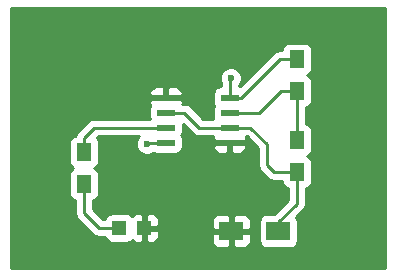
<source format=gtl>
G04 #@! TF.FileFunction,Copper,L1,Top,Signal*
%FSLAX46Y46*%
G04 Gerber Fmt 4.6, Leading zero omitted, Abs format (unit mm)*
G04 Created by KiCad (PCBNEW 4.0.2-stable) date 2016 May 30, Monday 20:39:18*
%MOMM*%
G01*
G04 APERTURE LIST*
%ADD10C,0.100000*%
%ADD11R,2.000000X1.600000*%
%ADD12R,1.198880X1.198880*%
%ADD13R,1.300000X1.500000*%
%ADD14R,1.550000X0.600000*%
%ADD15C,0.600000*%
%ADD16C,0.250000*%
%ADD17C,0.254000*%
G04 APERTURE END LIST*
D10*
D11*
X153892000Y-112522000D03*
X149892000Y-112522000D03*
D12*
X140428980Y-112268000D03*
X142527020Y-112268000D03*
D13*
X155448000Y-97964000D03*
X155448000Y-100664000D03*
X155448000Y-104822000D03*
X155448000Y-107522000D03*
X137414000Y-105838000D03*
X137414000Y-108538000D03*
D14*
X144366000Y-101219000D03*
X144366000Y-102489000D03*
X144366000Y-103759000D03*
X144366000Y-105029000D03*
X149766000Y-105029000D03*
X149766000Y-103759000D03*
X149766000Y-102489000D03*
X149766000Y-101219000D03*
D15*
X147066000Y-109220000D03*
X142748000Y-105156000D03*
X149860000Y-99568000D03*
D16*
X142875000Y-105029000D02*
X142748000Y-105156000D01*
X144366000Y-105029000D02*
X142875000Y-105029000D01*
X149766000Y-99662000D02*
X149860000Y-99568000D01*
X149766000Y-101219000D02*
X149766000Y-99662000D01*
X149766000Y-101219000D02*
X150749000Y-101219000D01*
X154004000Y-97964000D02*
X155448000Y-97964000D01*
X150749000Y-101219000D02*
X154004000Y-97964000D01*
X149766000Y-103759000D02*
X151511000Y-103759000D01*
X153496000Y-107522000D02*
X155448000Y-107522000D01*
X152908000Y-106934000D02*
X153496000Y-107522000D01*
X152908000Y-105156000D02*
X152908000Y-106934000D01*
X151511000Y-103759000D02*
X152908000Y-105156000D01*
X155448000Y-107522000D02*
X155448000Y-110236000D01*
X155448000Y-110236000D02*
X153892000Y-111792000D01*
X153892000Y-111792000D02*
X153892000Y-112522000D01*
X147193000Y-103759000D02*
X149766000Y-103759000D01*
X145923000Y-102489000D02*
X147193000Y-103759000D01*
X144366000Y-102489000D02*
X145923000Y-102489000D01*
X137414000Y-108538000D02*
X137414000Y-110998000D01*
X138684000Y-112268000D02*
X140428980Y-112268000D01*
X137414000Y-110998000D02*
X138684000Y-112268000D01*
X155448000Y-100664000D02*
X155448000Y-104822000D01*
X149766000Y-102489000D02*
X152273000Y-102489000D01*
X154098000Y-100664000D02*
X155448000Y-100664000D01*
X152273000Y-102489000D02*
X154098000Y-100664000D01*
X137414000Y-105838000D02*
X137414000Y-104648000D01*
X138303000Y-103759000D02*
X144366000Y-103759000D01*
X137414000Y-104648000D02*
X138303000Y-103759000D01*
D17*
G36*
X162891000Y-115647000D02*
X131241000Y-115647000D01*
X131241000Y-105088000D01*
X136116560Y-105088000D01*
X136116560Y-106588000D01*
X136160838Y-106823317D01*
X136299910Y-107039441D01*
X136512110Y-107184431D01*
X136525197Y-107187081D01*
X136312559Y-107323910D01*
X136167569Y-107536110D01*
X136116560Y-107788000D01*
X136116560Y-109288000D01*
X136160838Y-109523317D01*
X136299910Y-109739441D01*
X136512110Y-109884431D01*
X136654000Y-109913164D01*
X136654000Y-110998000D01*
X136711852Y-111288839D01*
X136876599Y-111535401D01*
X138146599Y-112805401D01*
X138393160Y-112970148D01*
X138684000Y-113028000D01*
X139212311Y-113028000D01*
X139226378Y-113102757D01*
X139365450Y-113318881D01*
X139577650Y-113463871D01*
X139829540Y-113514880D01*
X141028420Y-113514880D01*
X141263737Y-113470602D01*
X141479861Y-113331530D01*
X141485456Y-113323341D01*
X141567882Y-113405767D01*
X141801271Y-113502440D01*
X142241270Y-113502440D01*
X142400020Y-113343690D01*
X142400020Y-112395000D01*
X142654020Y-112395000D01*
X142654020Y-113343690D01*
X142812770Y-113502440D01*
X143252769Y-113502440D01*
X143486158Y-113405767D01*
X143664787Y-113227139D01*
X143761460Y-112993750D01*
X143761460Y-112807750D01*
X148257000Y-112807750D01*
X148257000Y-113448310D01*
X148353673Y-113681699D01*
X148532302Y-113860327D01*
X148765691Y-113957000D01*
X149606250Y-113957000D01*
X149765000Y-113798250D01*
X149765000Y-112649000D01*
X150019000Y-112649000D01*
X150019000Y-113798250D01*
X150177750Y-113957000D01*
X151018309Y-113957000D01*
X151251698Y-113860327D01*
X151430327Y-113681699D01*
X151527000Y-113448310D01*
X151527000Y-112807750D01*
X151368250Y-112649000D01*
X150019000Y-112649000D01*
X149765000Y-112649000D01*
X148415750Y-112649000D01*
X148257000Y-112807750D01*
X143761460Y-112807750D01*
X143761460Y-112553750D01*
X143602710Y-112395000D01*
X142654020Y-112395000D01*
X142400020Y-112395000D01*
X142380020Y-112395000D01*
X142380020Y-112141000D01*
X142400020Y-112141000D01*
X142400020Y-111192310D01*
X142654020Y-111192310D01*
X142654020Y-112141000D01*
X143602710Y-112141000D01*
X143761460Y-111982250D01*
X143761460Y-111595690D01*
X148257000Y-111595690D01*
X148257000Y-112236250D01*
X148415750Y-112395000D01*
X149765000Y-112395000D01*
X149765000Y-111245750D01*
X150019000Y-111245750D01*
X150019000Y-112395000D01*
X151368250Y-112395000D01*
X151527000Y-112236250D01*
X151527000Y-111595690D01*
X151430327Y-111362301D01*
X151251698Y-111183673D01*
X151018309Y-111087000D01*
X150177750Y-111087000D01*
X150019000Y-111245750D01*
X149765000Y-111245750D01*
X149606250Y-111087000D01*
X148765691Y-111087000D01*
X148532302Y-111183673D01*
X148353673Y-111362301D01*
X148257000Y-111595690D01*
X143761460Y-111595690D01*
X143761460Y-111542250D01*
X143664787Y-111308861D01*
X143486158Y-111130233D01*
X143252769Y-111033560D01*
X142812770Y-111033560D01*
X142654020Y-111192310D01*
X142400020Y-111192310D01*
X142241270Y-111033560D01*
X141801271Y-111033560D01*
X141567882Y-111130233D01*
X141485669Y-111212445D01*
X141280310Y-111072129D01*
X141028420Y-111021120D01*
X139829540Y-111021120D01*
X139594223Y-111065398D01*
X139378099Y-111204470D01*
X139233109Y-111416670D01*
X139214614Y-111508000D01*
X138998802Y-111508000D01*
X138174000Y-110683198D01*
X138174000Y-109914742D01*
X138299317Y-109891162D01*
X138515441Y-109752090D01*
X138660431Y-109539890D01*
X138711440Y-109288000D01*
X138711440Y-107788000D01*
X138667162Y-107552683D01*
X138528090Y-107336559D01*
X138315890Y-107191569D01*
X138302803Y-107188919D01*
X138515441Y-107052090D01*
X138660431Y-106839890D01*
X138711440Y-106588000D01*
X138711440Y-105088000D01*
X138667162Y-104852683D01*
X138528090Y-104636559D01*
X138511547Y-104625255D01*
X138617802Y-104519000D01*
X142062667Y-104519000D01*
X141955808Y-104625673D01*
X141813162Y-104969201D01*
X141812838Y-105341167D01*
X141954883Y-105684943D01*
X142217673Y-105948192D01*
X142561201Y-106090838D01*
X142933167Y-106091162D01*
X143276943Y-105949117D01*
X143316290Y-105909839D01*
X143339110Y-105925431D01*
X143591000Y-105976440D01*
X145141000Y-105976440D01*
X145376317Y-105932162D01*
X145592441Y-105793090D01*
X145737431Y-105580890D01*
X145788440Y-105329000D01*
X145788440Y-105314750D01*
X148356000Y-105314750D01*
X148356000Y-105455310D01*
X148452673Y-105688699D01*
X148631302Y-105867327D01*
X148864691Y-105964000D01*
X149480250Y-105964000D01*
X149639000Y-105805250D01*
X149639000Y-105156000D01*
X149893000Y-105156000D01*
X149893000Y-105805250D01*
X150051750Y-105964000D01*
X150667309Y-105964000D01*
X150900698Y-105867327D01*
X151079327Y-105688699D01*
X151176000Y-105455310D01*
X151176000Y-105314750D01*
X151017250Y-105156000D01*
X149893000Y-105156000D01*
X149639000Y-105156000D01*
X148514750Y-105156000D01*
X148356000Y-105314750D01*
X145788440Y-105314750D01*
X145788440Y-104729000D01*
X145744162Y-104493683D01*
X145680322Y-104394472D01*
X145737431Y-104310890D01*
X145788440Y-104059000D01*
X145788440Y-103459000D01*
X145781543Y-103422345D01*
X146655599Y-104296401D01*
X146902160Y-104461148D01*
X147193000Y-104519000D01*
X148390666Y-104519000D01*
X148356000Y-104602690D01*
X148356000Y-104743250D01*
X148514750Y-104902000D01*
X149639000Y-104902000D01*
X149639000Y-104882000D01*
X149893000Y-104882000D01*
X149893000Y-104902000D01*
X151017250Y-104902000D01*
X151176000Y-104743250D01*
X151176000Y-104602690D01*
X151141334Y-104519000D01*
X151196198Y-104519000D01*
X152148000Y-105470802D01*
X152148000Y-106934000D01*
X152205852Y-107224839D01*
X152370599Y-107471401D01*
X152958599Y-108059401D01*
X153205161Y-108224148D01*
X153496000Y-108282000D01*
X154152442Y-108282000D01*
X154194838Y-108507317D01*
X154333910Y-108723441D01*
X154546110Y-108868431D01*
X154688000Y-108897164D01*
X154688000Y-109921198D01*
X153534638Y-111074560D01*
X152892000Y-111074560D01*
X152656683Y-111118838D01*
X152440559Y-111257910D01*
X152295569Y-111470110D01*
X152244560Y-111722000D01*
X152244560Y-113322000D01*
X152288838Y-113557317D01*
X152427910Y-113773441D01*
X152640110Y-113918431D01*
X152892000Y-113969440D01*
X154892000Y-113969440D01*
X155127317Y-113925162D01*
X155343441Y-113786090D01*
X155488431Y-113573890D01*
X155539440Y-113322000D01*
X155539440Y-111722000D01*
X155495162Y-111486683D01*
X155407833Y-111350969D01*
X155985401Y-110773401D01*
X156150148Y-110526840D01*
X156208000Y-110236000D01*
X156208000Y-108898742D01*
X156333317Y-108875162D01*
X156549441Y-108736090D01*
X156694431Y-108523890D01*
X156745440Y-108272000D01*
X156745440Y-106772000D01*
X156701162Y-106536683D01*
X156562090Y-106320559D01*
X156349890Y-106175569D01*
X156336803Y-106172919D01*
X156549441Y-106036090D01*
X156694431Y-105823890D01*
X156745440Y-105572000D01*
X156745440Y-104072000D01*
X156701162Y-103836683D01*
X156562090Y-103620559D01*
X156349890Y-103475569D01*
X156208000Y-103446836D01*
X156208000Y-102040742D01*
X156333317Y-102017162D01*
X156549441Y-101878090D01*
X156694431Y-101665890D01*
X156745440Y-101414000D01*
X156745440Y-99914000D01*
X156701162Y-99678683D01*
X156562090Y-99462559D01*
X156349890Y-99317569D01*
X156336803Y-99314919D01*
X156549441Y-99178090D01*
X156694431Y-98965890D01*
X156745440Y-98714000D01*
X156745440Y-97214000D01*
X156701162Y-96978683D01*
X156562090Y-96762559D01*
X156349890Y-96617569D01*
X156098000Y-96566560D01*
X154798000Y-96566560D01*
X154562683Y-96610838D01*
X154346559Y-96749910D01*
X154201569Y-96962110D01*
X154152585Y-97204000D01*
X154004000Y-97204000D01*
X153713161Y-97261852D01*
X153466599Y-97426599D01*
X150608058Y-100285140D01*
X150541000Y-100271560D01*
X150526000Y-100271560D01*
X150526000Y-100224299D01*
X150652192Y-100098327D01*
X150794838Y-99754799D01*
X150795162Y-99382833D01*
X150653117Y-99039057D01*
X150390327Y-98775808D01*
X150046799Y-98633162D01*
X149674833Y-98632838D01*
X149331057Y-98774883D01*
X149067808Y-99037673D01*
X148925162Y-99381201D01*
X148924838Y-99753167D01*
X149006000Y-99949595D01*
X149006000Y-100271560D01*
X148991000Y-100271560D01*
X148755683Y-100315838D01*
X148539559Y-100454910D01*
X148394569Y-100667110D01*
X148343560Y-100919000D01*
X148343560Y-101519000D01*
X148387838Y-101754317D01*
X148451678Y-101853528D01*
X148394569Y-101937110D01*
X148343560Y-102189000D01*
X148343560Y-102789000D01*
X148383074Y-102999000D01*
X147507802Y-102999000D01*
X146460401Y-101951599D01*
X146213839Y-101786852D01*
X145923000Y-101729000D01*
X145741334Y-101729000D01*
X145776000Y-101645310D01*
X145776000Y-101504750D01*
X145617250Y-101346000D01*
X144493000Y-101346000D01*
X144493000Y-101366000D01*
X144239000Y-101366000D01*
X144239000Y-101346000D01*
X143114750Y-101346000D01*
X142956000Y-101504750D01*
X142956000Y-101645310D01*
X143045806Y-101862122D01*
X142994569Y-101937110D01*
X142943560Y-102189000D01*
X142943560Y-102789000D01*
X142983074Y-102999000D01*
X138303000Y-102999000D01*
X138012161Y-103056852D01*
X137765599Y-103221599D01*
X136876599Y-104110599D01*
X136711852Y-104357161D01*
X136692590Y-104453997D01*
X136528683Y-104484838D01*
X136312559Y-104623910D01*
X136167569Y-104836110D01*
X136116560Y-105088000D01*
X131241000Y-105088000D01*
X131241000Y-100792690D01*
X142956000Y-100792690D01*
X142956000Y-100933250D01*
X143114750Y-101092000D01*
X144239000Y-101092000D01*
X144239000Y-100442750D01*
X144493000Y-100442750D01*
X144493000Y-101092000D01*
X145617250Y-101092000D01*
X145776000Y-100933250D01*
X145776000Y-100792690D01*
X145679327Y-100559301D01*
X145500698Y-100380673D01*
X145267309Y-100284000D01*
X144651750Y-100284000D01*
X144493000Y-100442750D01*
X144239000Y-100442750D01*
X144080250Y-100284000D01*
X143464691Y-100284000D01*
X143231302Y-100380673D01*
X143052673Y-100559301D01*
X142956000Y-100792690D01*
X131241000Y-100792690D01*
X131241000Y-93649000D01*
X162891000Y-93649000D01*
X162891000Y-115647000D01*
X162891000Y-115647000D01*
G37*
X162891000Y-115647000D02*
X131241000Y-115647000D01*
X131241000Y-105088000D01*
X136116560Y-105088000D01*
X136116560Y-106588000D01*
X136160838Y-106823317D01*
X136299910Y-107039441D01*
X136512110Y-107184431D01*
X136525197Y-107187081D01*
X136312559Y-107323910D01*
X136167569Y-107536110D01*
X136116560Y-107788000D01*
X136116560Y-109288000D01*
X136160838Y-109523317D01*
X136299910Y-109739441D01*
X136512110Y-109884431D01*
X136654000Y-109913164D01*
X136654000Y-110998000D01*
X136711852Y-111288839D01*
X136876599Y-111535401D01*
X138146599Y-112805401D01*
X138393160Y-112970148D01*
X138684000Y-113028000D01*
X139212311Y-113028000D01*
X139226378Y-113102757D01*
X139365450Y-113318881D01*
X139577650Y-113463871D01*
X139829540Y-113514880D01*
X141028420Y-113514880D01*
X141263737Y-113470602D01*
X141479861Y-113331530D01*
X141485456Y-113323341D01*
X141567882Y-113405767D01*
X141801271Y-113502440D01*
X142241270Y-113502440D01*
X142400020Y-113343690D01*
X142400020Y-112395000D01*
X142654020Y-112395000D01*
X142654020Y-113343690D01*
X142812770Y-113502440D01*
X143252769Y-113502440D01*
X143486158Y-113405767D01*
X143664787Y-113227139D01*
X143761460Y-112993750D01*
X143761460Y-112807750D01*
X148257000Y-112807750D01*
X148257000Y-113448310D01*
X148353673Y-113681699D01*
X148532302Y-113860327D01*
X148765691Y-113957000D01*
X149606250Y-113957000D01*
X149765000Y-113798250D01*
X149765000Y-112649000D01*
X150019000Y-112649000D01*
X150019000Y-113798250D01*
X150177750Y-113957000D01*
X151018309Y-113957000D01*
X151251698Y-113860327D01*
X151430327Y-113681699D01*
X151527000Y-113448310D01*
X151527000Y-112807750D01*
X151368250Y-112649000D01*
X150019000Y-112649000D01*
X149765000Y-112649000D01*
X148415750Y-112649000D01*
X148257000Y-112807750D01*
X143761460Y-112807750D01*
X143761460Y-112553750D01*
X143602710Y-112395000D01*
X142654020Y-112395000D01*
X142400020Y-112395000D01*
X142380020Y-112395000D01*
X142380020Y-112141000D01*
X142400020Y-112141000D01*
X142400020Y-111192310D01*
X142654020Y-111192310D01*
X142654020Y-112141000D01*
X143602710Y-112141000D01*
X143761460Y-111982250D01*
X143761460Y-111595690D01*
X148257000Y-111595690D01*
X148257000Y-112236250D01*
X148415750Y-112395000D01*
X149765000Y-112395000D01*
X149765000Y-111245750D01*
X150019000Y-111245750D01*
X150019000Y-112395000D01*
X151368250Y-112395000D01*
X151527000Y-112236250D01*
X151527000Y-111595690D01*
X151430327Y-111362301D01*
X151251698Y-111183673D01*
X151018309Y-111087000D01*
X150177750Y-111087000D01*
X150019000Y-111245750D01*
X149765000Y-111245750D01*
X149606250Y-111087000D01*
X148765691Y-111087000D01*
X148532302Y-111183673D01*
X148353673Y-111362301D01*
X148257000Y-111595690D01*
X143761460Y-111595690D01*
X143761460Y-111542250D01*
X143664787Y-111308861D01*
X143486158Y-111130233D01*
X143252769Y-111033560D01*
X142812770Y-111033560D01*
X142654020Y-111192310D01*
X142400020Y-111192310D01*
X142241270Y-111033560D01*
X141801271Y-111033560D01*
X141567882Y-111130233D01*
X141485669Y-111212445D01*
X141280310Y-111072129D01*
X141028420Y-111021120D01*
X139829540Y-111021120D01*
X139594223Y-111065398D01*
X139378099Y-111204470D01*
X139233109Y-111416670D01*
X139214614Y-111508000D01*
X138998802Y-111508000D01*
X138174000Y-110683198D01*
X138174000Y-109914742D01*
X138299317Y-109891162D01*
X138515441Y-109752090D01*
X138660431Y-109539890D01*
X138711440Y-109288000D01*
X138711440Y-107788000D01*
X138667162Y-107552683D01*
X138528090Y-107336559D01*
X138315890Y-107191569D01*
X138302803Y-107188919D01*
X138515441Y-107052090D01*
X138660431Y-106839890D01*
X138711440Y-106588000D01*
X138711440Y-105088000D01*
X138667162Y-104852683D01*
X138528090Y-104636559D01*
X138511547Y-104625255D01*
X138617802Y-104519000D01*
X142062667Y-104519000D01*
X141955808Y-104625673D01*
X141813162Y-104969201D01*
X141812838Y-105341167D01*
X141954883Y-105684943D01*
X142217673Y-105948192D01*
X142561201Y-106090838D01*
X142933167Y-106091162D01*
X143276943Y-105949117D01*
X143316290Y-105909839D01*
X143339110Y-105925431D01*
X143591000Y-105976440D01*
X145141000Y-105976440D01*
X145376317Y-105932162D01*
X145592441Y-105793090D01*
X145737431Y-105580890D01*
X145788440Y-105329000D01*
X145788440Y-105314750D01*
X148356000Y-105314750D01*
X148356000Y-105455310D01*
X148452673Y-105688699D01*
X148631302Y-105867327D01*
X148864691Y-105964000D01*
X149480250Y-105964000D01*
X149639000Y-105805250D01*
X149639000Y-105156000D01*
X149893000Y-105156000D01*
X149893000Y-105805250D01*
X150051750Y-105964000D01*
X150667309Y-105964000D01*
X150900698Y-105867327D01*
X151079327Y-105688699D01*
X151176000Y-105455310D01*
X151176000Y-105314750D01*
X151017250Y-105156000D01*
X149893000Y-105156000D01*
X149639000Y-105156000D01*
X148514750Y-105156000D01*
X148356000Y-105314750D01*
X145788440Y-105314750D01*
X145788440Y-104729000D01*
X145744162Y-104493683D01*
X145680322Y-104394472D01*
X145737431Y-104310890D01*
X145788440Y-104059000D01*
X145788440Y-103459000D01*
X145781543Y-103422345D01*
X146655599Y-104296401D01*
X146902160Y-104461148D01*
X147193000Y-104519000D01*
X148390666Y-104519000D01*
X148356000Y-104602690D01*
X148356000Y-104743250D01*
X148514750Y-104902000D01*
X149639000Y-104902000D01*
X149639000Y-104882000D01*
X149893000Y-104882000D01*
X149893000Y-104902000D01*
X151017250Y-104902000D01*
X151176000Y-104743250D01*
X151176000Y-104602690D01*
X151141334Y-104519000D01*
X151196198Y-104519000D01*
X152148000Y-105470802D01*
X152148000Y-106934000D01*
X152205852Y-107224839D01*
X152370599Y-107471401D01*
X152958599Y-108059401D01*
X153205161Y-108224148D01*
X153496000Y-108282000D01*
X154152442Y-108282000D01*
X154194838Y-108507317D01*
X154333910Y-108723441D01*
X154546110Y-108868431D01*
X154688000Y-108897164D01*
X154688000Y-109921198D01*
X153534638Y-111074560D01*
X152892000Y-111074560D01*
X152656683Y-111118838D01*
X152440559Y-111257910D01*
X152295569Y-111470110D01*
X152244560Y-111722000D01*
X152244560Y-113322000D01*
X152288838Y-113557317D01*
X152427910Y-113773441D01*
X152640110Y-113918431D01*
X152892000Y-113969440D01*
X154892000Y-113969440D01*
X155127317Y-113925162D01*
X155343441Y-113786090D01*
X155488431Y-113573890D01*
X155539440Y-113322000D01*
X155539440Y-111722000D01*
X155495162Y-111486683D01*
X155407833Y-111350969D01*
X155985401Y-110773401D01*
X156150148Y-110526840D01*
X156208000Y-110236000D01*
X156208000Y-108898742D01*
X156333317Y-108875162D01*
X156549441Y-108736090D01*
X156694431Y-108523890D01*
X156745440Y-108272000D01*
X156745440Y-106772000D01*
X156701162Y-106536683D01*
X156562090Y-106320559D01*
X156349890Y-106175569D01*
X156336803Y-106172919D01*
X156549441Y-106036090D01*
X156694431Y-105823890D01*
X156745440Y-105572000D01*
X156745440Y-104072000D01*
X156701162Y-103836683D01*
X156562090Y-103620559D01*
X156349890Y-103475569D01*
X156208000Y-103446836D01*
X156208000Y-102040742D01*
X156333317Y-102017162D01*
X156549441Y-101878090D01*
X156694431Y-101665890D01*
X156745440Y-101414000D01*
X156745440Y-99914000D01*
X156701162Y-99678683D01*
X156562090Y-99462559D01*
X156349890Y-99317569D01*
X156336803Y-99314919D01*
X156549441Y-99178090D01*
X156694431Y-98965890D01*
X156745440Y-98714000D01*
X156745440Y-97214000D01*
X156701162Y-96978683D01*
X156562090Y-96762559D01*
X156349890Y-96617569D01*
X156098000Y-96566560D01*
X154798000Y-96566560D01*
X154562683Y-96610838D01*
X154346559Y-96749910D01*
X154201569Y-96962110D01*
X154152585Y-97204000D01*
X154004000Y-97204000D01*
X153713161Y-97261852D01*
X153466599Y-97426599D01*
X150608058Y-100285140D01*
X150541000Y-100271560D01*
X150526000Y-100271560D01*
X150526000Y-100224299D01*
X150652192Y-100098327D01*
X150794838Y-99754799D01*
X150795162Y-99382833D01*
X150653117Y-99039057D01*
X150390327Y-98775808D01*
X150046799Y-98633162D01*
X149674833Y-98632838D01*
X149331057Y-98774883D01*
X149067808Y-99037673D01*
X148925162Y-99381201D01*
X148924838Y-99753167D01*
X149006000Y-99949595D01*
X149006000Y-100271560D01*
X148991000Y-100271560D01*
X148755683Y-100315838D01*
X148539559Y-100454910D01*
X148394569Y-100667110D01*
X148343560Y-100919000D01*
X148343560Y-101519000D01*
X148387838Y-101754317D01*
X148451678Y-101853528D01*
X148394569Y-101937110D01*
X148343560Y-102189000D01*
X148343560Y-102789000D01*
X148383074Y-102999000D01*
X147507802Y-102999000D01*
X146460401Y-101951599D01*
X146213839Y-101786852D01*
X145923000Y-101729000D01*
X145741334Y-101729000D01*
X145776000Y-101645310D01*
X145776000Y-101504750D01*
X145617250Y-101346000D01*
X144493000Y-101346000D01*
X144493000Y-101366000D01*
X144239000Y-101366000D01*
X144239000Y-101346000D01*
X143114750Y-101346000D01*
X142956000Y-101504750D01*
X142956000Y-101645310D01*
X143045806Y-101862122D01*
X142994569Y-101937110D01*
X142943560Y-102189000D01*
X142943560Y-102789000D01*
X142983074Y-102999000D01*
X138303000Y-102999000D01*
X138012161Y-103056852D01*
X137765599Y-103221599D01*
X136876599Y-104110599D01*
X136711852Y-104357161D01*
X136692590Y-104453997D01*
X136528683Y-104484838D01*
X136312559Y-104623910D01*
X136167569Y-104836110D01*
X136116560Y-105088000D01*
X131241000Y-105088000D01*
X131241000Y-100792690D01*
X142956000Y-100792690D01*
X142956000Y-100933250D01*
X143114750Y-101092000D01*
X144239000Y-101092000D01*
X144239000Y-100442750D01*
X144493000Y-100442750D01*
X144493000Y-101092000D01*
X145617250Y-101092000D01*
X145776000Y-100933250D01*
X145776000Y-100792690D01*
X145679327Y-100559301D01*
X145500698Y-100380673D01*
X145267309Y-100284000D01*
X144651750Y-100284000D01*
X144493000Y-100442750D01*
X144239000Y-100442750D01*
X144080250Y-100284000D01*
X143464691Y-100284000D01*
X143231302Y-100380673D01*
X143052673Y-100559301D01*
X142956000Y-100792690D01*
X131241000Y-100792690D01*
X131241000Y-93649000D01*
X162891000Y-93649000D01*
X162891000Y-115647000D01*
M02*

</source>
